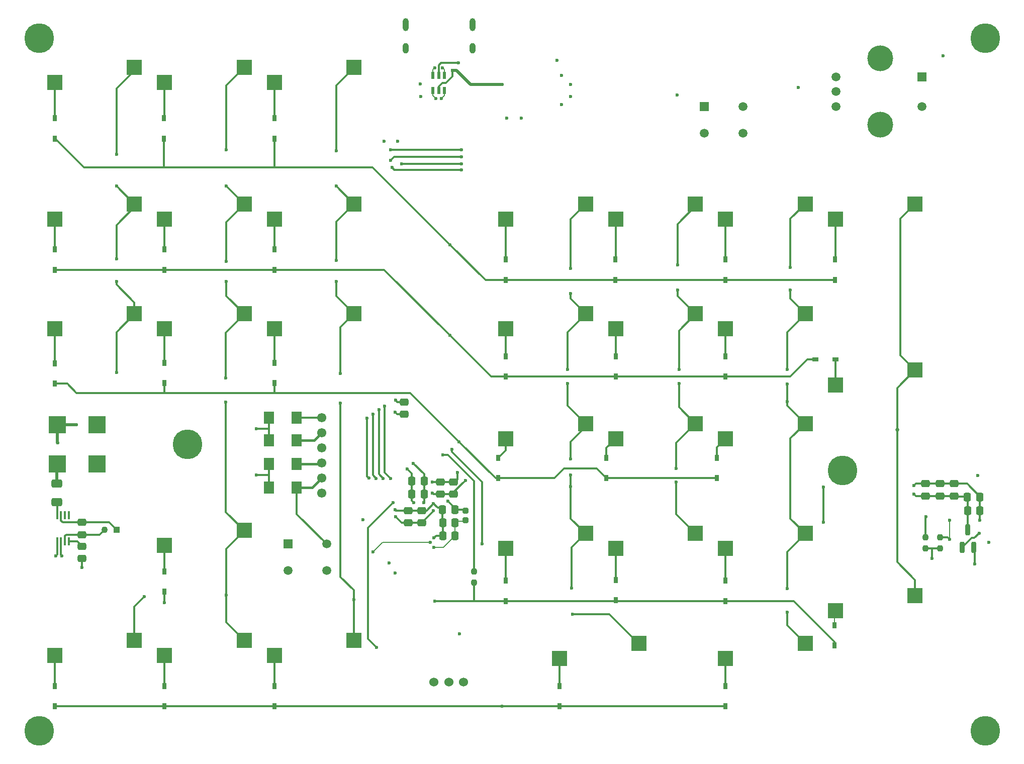
<source format=gbl>
G04 #@! TF.GenerationSoftware,KiCad,Pcbnew,8.0.3*
G04 #@! TF.CreationDate,2024-08-13T11:44:20+03:00*
G04 #@! TF.ProjectId,Keyboard_stm32,4b657962-6f61-4726-945f-73746d33322e,rev?*
G04 #@! TF.SameCoordinates,Original*
G04 #@! TF.FileFunction,Copper,L4,Bot*
G04 #@! TF.FilePolarity,Positive*
%FSLAX46Y46*%
G04 Gerber Fmt 4.6, Leading zero omitted, Abs format (unit mm)*
G04 Created by KiCad (PCBNEW 8.0.3) date 2024-08-13 11:44:20*
%MOMM*%
%LPD*%
G01*
G04 APERTURE LIST*
G04 Aperture macros list*
%AMRoundRect*
0 Rectangle with rounded corners*
0 $1 Rounding radius*
0 $2 $3 $4 $5 $6 $7 $8 $9 X,Y pos of 4 corners*
0 Add a 4 corners polygon primitive as box body*
4,1,4,$2,$3,$4,$5,$6,$7,$8,$9,$2,$3,0*
0 Add four circle primitives for the rounded corners*
1,1,$1+$1,$2,$3*
1,1,$1+$1,$4,$5*
1,1,$1+$1,$6,$7*
1,1,$1+$1,$8,$9*
0 Add four rect primitives between the rounded corners*
20,1,$1+$1,$2,$3,$4,$5,0*
20,1,$1+$1,$4,$5,$6,$7,0*
20,1,$1+$1,$6,$7,$8,$9,0*
20,1,$1+$1,$8,$9,$2,$3,0*%
G04 Aperture macros list end*
G04 #@! TA.AperFunction,SMDPad,CuDef*
%ADD10R,2.550000X2.500000*%
G04 #@! TD*
G04 #@! TA.AperFunction,ComponentPad*
%ADD11C,5.000000*%
G04 #@! TD*
G04 #@! TA.AperFunction,ComponentPad*
%ADD12R,1.500000X1.500000*%
G04 #@! TD*
G04 #@! TA.AperFunction,ComponentPad*
%ADD13C,1.500000*%
G04 #@! TD*
G04 #@! TA.AperFunction,ComponentPad*
%ADD14O,1.000000X1.800000*%
G04 #@! TD*
G04 #@! TA.AperFunction,ComponentPad*
%ADD15O,1.000000X2.200000*%
G04 #@! TD*
G04 #@! TA.AperFunction,ComponentPad*
%ADD16C,1.550000*%
G04 #@! TD*
G04 #@! TA.AperFunction,ComponentPad*
%ADD17C,4.350000*%
G04 #@! TD*
G04 #@! TA.AperFunction,ComponentPad*
%ADD18R,1.100000X1.100000*%
G04 #@! TD*
G04 #@! TA.AperFunction,ComponentPad*
%ADD19C,1.100000*%
G04 #@! TD*
G04 #@! TA.AperFunction,SMDPad,CuDef*
%ADD20R,0.740000X1.020000*%
G04 #@! TD*
G04 #@! TA.AperFunction,SMDPad,CuDef*
%ADD21RoundRect,0.250000X0.475000X-0.337500X0.475000X0.337500X-0.475000X0.337500X-0.475000X-0.337500X0*%
G04 #@! TD*
G04 #@! TA.AperFunction,SMDPad,CuDef*
%ADD22RoundRect,0.237500X-0.237500X0.250000X-0.237500X-0.250000X0.237500X-0.250000X0.237500X0.250000X0*%
G04 #@! TD*
G04 #@! TA.AperFunction,SMDPad,CuDef*
%ADD23RoundRect,0.250000X-0.475000X0.337500X-0.475000X-0.337500X0.475000X-0.337500X0.475000X0.337500X0*%
G04 #@! TD*
G04 #@! TA.AperFunction,SMDPad,CuDef*
%ADD24RoundRect,0.250000X0.337500X0.475000X-0.337500X0.475000X-0.337500X-0.475000X0.337500X-0.475000X0*%
G04 #@! TD*
G04 #@! TA.AperFunction,SMDPad,CuDef*
%ADD25RoundRect,0.250000X0.650000X-0.412500X0.650000X0.412500X-0.650000X0.412500X-0.650000X-0.412500X0*%
G04 #@! TD*
G04 #@! TA.AperFunction,SMDPad,CuDef*
%ADD26R,1.700000X2.100000*%
G04 #@! TD*
G04 #@! TA.AperFunction,SMDPad,CuDef*
%ADD27RoundRect,0.200000X0.200000X-0.750000X0.200000X0.750000X-0.200000X0.750000X-0.200000X-0.750000X0*%
G04 #@! TD*
G04 #@! TA.AperFunction,SMDPad,CuDef*
%ADD28R,1.020000X0.740000*%
G04 #@! TD*
G04 #@! TA.AperFunction,SMDPad,CuDef*
%ADD29RoundRect,0.250000X-0.337500X-0.475000X0.337500X-0.475000X0.337500X0.475000X-0.337500X0.475000X0*%
G04 #@! TD*
G04 #@! TA.AperFunction,ComponentPad*
%ADD30C,1.524000*%
G04 #@! TD*
G04 #@! TA.AperFunction,SMDPad,CuDef*
%ADD31RoundRect,0.250000X-0.250000X0.250000X-0.250000X-0.250000X0.250000X-0.250000X0.250000X0.250000X0*%
G04 #@! TD*
G04 #@! TA.AperFunction,SMDPad,CuDef*
%ADD32R,0.600000X1.200000*%
G04 #@! TD*
G04 #@! TA.AperFunction,SMDPad,CuDef*
%ADD33R,0.450000X1.400000*%
G04 #@! TD*
G04 #@! TA.AperFunction,SMDPad,CuDef*
%ADD34RoundRect,0.237500X0.237500X-0.250000X0.237500X0.250000X-0.237500X0.250000X-0.237500X-0.250000X0*%
G04 #@! TD*
G04 #@! TA.AperFunction,SMDPad,CuDef*
%ADD35R,2.850000X2.850000*%
G04 #@! TD*
G04 #@! TA.AperFunction,ViaPad*
%ADD36C,0.600000*%
G04 #@! TD*
G04 #@! TA.AperFunction,ViaPad*
%ADD37C,0.650000*%
G04 #@! TD*
G04 #@! TA.AperFunction,Conductor*
%ADD38C,0.300000*%
G04 #@! TD*
G04 #@! TA.AperFunction,Conductor*
%ADD39C,0.500000*%
G04 #@! TD*
G04 #@! TA.AperFunction,Conductor*
%ADD40C,0.400000*%
G04 #@! TD*
G04 #@! TA.AperFunction,Conductor*
%ADD41C,0.200000*%
G04 #@! TD*
G04 #@! TA.AperFunction,Conductor*
%ADD42C,0.190000*%
G04 #@! TD*
G04 #@! TA.AperFunction,Conductor*
%ADD43C,0.185000*%
G04 #@! TD*
G04 APERTURE END LIST*
D10*
X201740000Y-61810000D03*
X215165000Y-59270000D03*
X164740000Y-98810000D03*
X178165000Y-96270000D03*
D11*
X67650000Y-31350000D03*
D12*
X109550000Y-116550000D03*
D13*
X116050000Y-116550000D03*
X109550000Y-121050000D03*
X116050000Y-121050000D03*
D10*
X70240000Y-38810000D03*
X83665000Y-36270000D03*
D11*
X67650000Y-148050000D03*
D10*
X70240000Y-135310000D03*
X83665000Y-132770000D03*
X183240000Y-135810000D03*
X196665000Y-133270000D03*
X146240000Y-80310000D03*
X159665000Y-77770000D03*
D11*
X226950000Y-148050000D03*
D10*
X88740000Y-135310000D03*
X102165000Y-132770000D03*
X70240000Y-61810000D03*
X83665000Y-59270000D03*
X201740000Y-127810000D03*
X215165000Y-125270000D03*
D14*
X140620000Y-33090000D03*
D15*
X140620000Y-29090000D03*
D14*
X129380000Y-33090000D03*
D15*
X129380000Y-29090000D03*
D10*
X88740000Y-80310000D03*
X102165000Y-77770000D03*
D16*
X115250000Y-95270000D03*
X115250000Y-97810000D03*
X115250000Y-100350000D03*
X115250000Y-102890000D03*
X115250000Y-105430000D03*
X115250000Y-107970000D03*
D12*
X179650000Y-42850000D03*
D13*
X186150000Y-42850000D03*
X179650000Y-47350000D03*
X186150000Y-47350000D03*
D11*
X92650000Y-99750000D03*
D10*
X88740000Y-61810000D03*
X102165000Y-59270000D03*
D11*
X226950000Y-31350000D03*
D10*
X164740000Y-80310000D03*
X178165000Y-77770000D03*
X155240000Y-135810000D03*
X168665000Y-133270000D03*
X146240000Y-117310000D03*
X159665000Y-114770000D03*
X88740000Y-38810000D03*
X102165000Y-36270000D03*
X183240000Y-80310000D03*
X196665000Y-77770000D03*
X183240000Y-61810000D03*
X196665000Y-59270000D03*
X164740000Y-117310000D03*
X178165000Y-114770000D03*
D13*
X201825000Y-37850000D03*
X201825000Y-40350000D03*
X201825000Y-42850000D03*
D12*
X216325000Y-37850000D03*
D13*
X216325000Y-42850000D03*
D17*
X209325000Y-34750000D03*
X209325000Y-45950000D03*
D10*
X107240000Y-38810000D03*
X120665000Y-36270000D03*
X183240000Y-117310000D03*
X196665000Y-114770000D03*
X146240000Y-98810000D03*
X159665000Y-96270000D03*
X107240000Y-135310000D03*
X120665000Y-132770000D03*
D18*
X80650000Y-114150000D03*
D19*
X78650000Y-114150000D03*
D11*
X202950000Y-104150000D03*
D10*
X201740000Y-89810000D03*
X215165000Y-87270000D03*
X164740000Y-61810000D03*
X178165000Y-59270000D03*
X146240000Y-61810000D03*
X159665000Y-59270000D03*
X107240000Y-80310000D03*
X120665000Y-77770000D03*
X88740000Y-116810000D03*
X102165000Y-114270000D03*
X183240000Y-98810000D03*
X196665000Y-96270000D03*
X107240000Y-61810000D03*
X120665000Y-59270000D03*
X70240000Y-80310000D03*
X83665000Y-77770000D03*
D20*
X88750000Y-70350000D03*
X88750000Y-66950000D03*
X183250000Y-88350000D03*
X183250000Y-84950000D03*
D21*
X132050000Y-112987500D03*
X132050000Y-110912500D03*
D22*
X216950000Y-115437500D03*
X216950000Y-117262500D03*
D20*
X144950000Y-105450000D03*
X144950000Y-102050000D03*
D23*
X74850000Y-116912500D03*
X74850000Y-118987500D03*
D20*
X107250000Y-143850000D03*
X107250000Y-140450000D03*
X183250000Y-143850000D03*
X183250000Y-140450000D03*
D24*
X137650000Y-110750000D03*
X135575000Y-110750000D03*
D25*
X70650000Y-109475000D03*
X70650000Y-106350000D03*
D20*
X201650000Y-72050000D03*
X201650000Y-68650000D03*
X70250000Y-70350000D03*
X70250000Y-66950000D03*
D26*
X106300000Y-95290000D03*
X111000000Y-95290000D03*
D20*
X70250000Y-143850000D03*
X70250000Y-140450000D03*
X181750000Y-105450000D03*
X181750000Y-102050000D03*
X88650000Y-48250000D03*
X88650000Y-44850000D03*
D27*
X225000000Y-117150000D03*
X223100000Y-117150000D03*
X224050000Y-114150000D03*
D23*
X74850000Y-112912500D03*
X74850000Y-114987500D03*
D20*
X70250000Y-89550000D03*
X70250000Y-86150000D03*
X183250000Y-126150000D03*
X183250000Y-122750000D03*
D22*
X219350000Y-115437500D03*
X219350000Y-117262500D03*
D20*
X107250000Y-89450000D03*
X107250000Y-86050000D03*
D21*
X129150000Y-94725000D03*
X129150000Y-92650000D03*
D20*
X107250000Y-70350000D03*
X107250000Y-66950000D03*
D23*
X137450000Y-106112500D03*
X137450000Y-108187500D03*
D28*
X198350000Y-85450000D03*
X201750000Y-85450000D03*
D29*
X130412500Y-105950000D03*
X132487500Y-105950000D03*
D24*
X226061250Y-110950000D03*
X223986250Y-110950000D03*
D20*
X146250000Y-88350000D03*
X146250000Y-84950000D03*
D30*
X134137500Y-139787500D03*
X136637500Y-139787500D03*
X139137500Y-139787500D03*
D20*
X164750000Y-126050000D03*
X164750000Y-122650000D03*
X88750000Y-143850000D03*
X88750000Y-140450000D03*
D24*
X226025000Y-108650000D03*
X223950000Y-108650000D03*
D31*
X139450000Y-110950000D03*
X139450000Y-112550000D03*
D20*
X163150000Y-105450000D03*
X163150000Y-102050000D03*
D32*
X133970000Y-37640000D03*
X134920000Y-37640000D03*
X135870000Y-37640000D03*
X135870000Y-40140000D03*
X134920000Y-40140000D03*
X133970000Y-40140000D03*
D23*
X216950000Y-106412500D03*
X216950000Y-108487500D03*
D20*
X88750000Y-89450000D03*
X88750000Y-86050000D03*
X107250000Y-48250000D03*
X107250000Y-44850000D03*
D24*
X137687500Y-113000000D03*
X135612500Y-113000000D03*
D20*
X146250000Y-72050000D03*
X146250000Y-68650000D03*
X164650000Y-72050000D03*
X164650000Y-68650000D03*
X164750000Y-88350000D03*
X164750000Y-84950000D03*
D23*
X135250000Y-106075000D03*
X135250000Y-108150000D03*
D26*
X106300000Y-107090000D03*
X111000000Y-107090000D03*
D20*
X201550000Y-133650000D03*
X201550000Y-130250000D03*
X146250000Y-126150000D03*
X146250000Y-122750000D03*
D21*
X129800000Y-112987500D03*
X129800000Y-110912500D03*
D26*
X106300000Y-103090000D03*
X111000000Y-103090000D03*
D29*
X130412500Y-108150000D03*
X132487500Y-108150000D03*
D33*
X72625000Y-116112500D03*
X71975000Y-116112500D03*
X71325000Y-116112500D03*
X70675000Y-116112500D03*
X70675000Y-111712500D03*
X71325000Y-111712500D03*
X71975000Y-111712500D03*
X72625000Y-111712500D03*
D23*
X219350000Y-106412500D03*
X219350000Y-108487500D03*
D24*
X137687500Y-115150000D03*
X135612500Y-115150000D03*
D34*
X140850000Y-123012500D03*
X140850000Y-121187500D03*
D20*
X88750000Y-124550000D03*
X88750000Y-121150000D03*
X183250000Y-72050000D03*
X183250000Y-68650000D03*
D23*
X221750000Y-106400000D03*
X221750000Y-108475000D03*
D26*
X106300000Y-99090000D03*
X111000000Y-99090000D03*
D20*
X70250000Y-48250000D03*
X70250000Y-44850000D03*
D35*
X77375000Y-103075000D03*
X77375000Y-96425000D03*
X70725000Y-103075000D03*
X70725000Y-96425000D03*
D20*
X155250000Y-143850000D03*
X155250000Y-140450000D03*
D36*
X138270000Y-35540000D03*
X157150000Y-41150000D03*
X127650000Y-92350000D03*
X104250000Y-97150000D03*
X133850000Y-107950000D03*
X104250000Y-104950000D03*
X134050000Y-109750000D03*
X127550000Y-121450000D03*
X130650000Y-102950000D03*
X138450000Y-131687500D03*
X148850000Y-44800000D03*
X139450000Y-105850000D03*
X155650000Y-42550000D03*
X227550000Y-116250000D03*
X126550000Y-119750000D03*
X74850000Y-120550000D03*
X73925000Y-96425000D03*
X127550000Y-110750000D03*
X146350000Y-44800000D03*
X134150000Y-115550000D03*
X225750000Y-105050000D03*
X154850000Y-35100000D03*
X132450000Y-109550000D03*
X214950000Y-108150000D03*
X70750000Y-99550000D03*
X128050000Y-48750000D03*
X131781250Y-39081250D03*
X122150000Y-112450000D03*
X127550000Y-94350000D03*
X214950000Y-106750000D03*
X219850000Y-34350000D03*
X157150000Y-39150000D03*
X195487500Y-39687500D03*
X130724999Y-109561986D03*
X129650000Y-103950000D03*
X155650000Y-37650000D03*
X125750000Y-48750000D03*
X127650000Y-111950000D03*
X136450000Y-109350000D03*
X133850000Y-106150000D03*
X218050000Y-118950000D03*
X138050000Y-104550000D03*
X134050000Y-110950000D03*
X226050000Y-112550000D03*
X175050000Y-40950000D03*
X131950000Y-41212500D03*
X123850000Y-117912500D03*
X133550000Y-116250000D03*
X70450000Y-118550000D03*
X134150000Y-117150000D03*
X137250000Y-36790000D03*
X145600000Y-39150000D03*
X136850000Y-66150000D03*
X136816639Y-81433361D03*
X138375000Y-99325000D03*
X145650000Y-143850000D03*
X88750000Y-126450000D03*
X134250000Y-126150000D03*
X71450000Y-118550000D03*
X216986250Y-111950000D03*
X220986250Y-112550000D03*
X220986250Y-115800000D03*
X127250000Y-109600000D03*
X124450000Y-133950000D03*
X137150000Y-100650000D03*
X142250000Y-116550000D03*
X135650000Y-101550000D03*
X138750000Y-50150000D03*
X122850000Y-95350000D03*
X123150000Y-105450000D03*
X126850000Y-50150000D03*
X124850000Y-93950000D03*
X125600000Y-105500000D03*
X127050000Y-53150000D03*
X138750000Y-53550000D03*
X138750000Y-52550000D03*
X128650000Y-52550000D03*
X126850000Y-105550000D03*
X125850000Y-93350000D03*
X123850000Y-94650000D03*
X126850000Y-51950000D03*
X138750000Y-51350000D03*
X124400000Y-105500000D03*
X85350000Y-125450000D03*
X80650000Y-50950000D03*
X80650000Y-56250000D03*
X80650000Y-87650000D03*
X80650000Y-68550000D03*
X80650000Y-72350000D03*
X99150000Y-125150000D03*
X99050000Y-92650000D03*
X99050000Y-88550000D03*
X99150000Y-56250000D03*
X99150000Y-50150000D03*
X99150000Y-72350000D03*
X99150000Y-68950000D03*
X117650000Y-56250000D03*
X118400000Y-87850000D03*
X117650000Y-72350000D03*
X120650000Y-125950000D03*
X117650000Y-50350000D03*
X117650000Y-68750000D03*
X118400000Y-92850000D03*
X157150000Y-74350000D03*
X157150000Y-106850000D03*
X157150000Y-102250000D03*
X156650000Y-87150000D03*
X157450000Y-128350000D03*
X157150000Y-70150000D03*
X157150000Y-104950000D03*
X157350000Y-124000000D03*
X156650000Y-89550000D03*
X175150000Y-73750000D03*
X174900000Y-106100000D03*
X175400000Y-89550000D03*
X175400000Y-87150000D03*
X175150000Y-69550000D03*
X174900000Y-103850000D03*
X193650000Y-89600000D03*
X193650000Y-92600000D03*
X194150000Y-69950000D03*
X194150000Y-73750000D03*
X193650000Y-124050000D03*
X193650000Y-128050000D03*
X193650000Y-87150000D03*
D37*
X212150000Y-97350000D03*
D36*
X135570000Y-36340000D03*
X134450000Y-41550000D03*
X134250000Y-36360000D03*
X135350000Y-41550000D03*
X225950000Y-114750000D03*
X199750000Y-112850000D03*
X199750000Y-106950000D03*
X225250000Y-119950000D03*
D38*
X71975000Y-116112500D02*
X71975000Y-115212500D01*
X137412500Y-108150000D02*
X137450000Y-108187500D01*
X135798896Y-114700000D02*
X135930698Y-114831802D01*
X138270000Y-35540000D02*
X135270000Y-35540000D01*
X216962500Y-108475000D02*
X216950000Y-108487500D01*
X221825000Y-108550000D02*
X221750000Y-108475000D01*
D39*
X73925000Y-96425000D02*
X70725000Y-96425000D01*
D38*
X127712500Y-110912500D02*
X129800000Y-110912500D01*
X106300000Y-104950000D02*
X106300000Y-103090000D01*
X106300000Y-95290000D02*
X106300000Y-97150000D01*
X134550000Y-115150000D02*
X135612500Y-115150000D01*
X137450000Y-108187500D02*
X137450000Y-107850000D01*
X134050000Y-109750000D02*
X134767157Y-110467157D01*
X134920000Y-35890000D02*
X134920000Y-37640000D01*
X132275000Y-108162500D02*
X132237500Y-108200000D01*
X134050000Y-109750000D02*
X132887500Y-110912500D01*
X134767157Y-110467157D02*
X135292158Y-110467157D01*
X135250000Y-108150000D02*
X137412500Y-108150000D01*
X129150000Y-92650000D02*
X127950000Y-92650000D01*
X127950000Y-92650000D02*
X127650000Y-92350000D01*
X132487500Y-104787500D02*
X132487500Y-105950000D01*
X135612500Y-113000000D02*
X135612500Y-114700000D01*
X135612500Y-114700000D02*
X135798896Y-114700000D01*
X137450000Y-107850000D02*
X139450000Y-105850000D01*
X132487500Y-109512500D02*
X132450000Y-109550000D01*
X129800000Y-110912500D02*
X132050000Y-110912500D01*
X77812500Y-114987500D02*
X78650000Y-114150000D01*
X74850000Y-118987500D02*
X74850000Y-120550000D01*
X127550000Y-110750000D02*
X127712500Y-110912500D01*
X127550000Y-110850000D02*
X127550000Y-110750000D01*
X106300000Y-107090000D02*
X106300000Y-104950000D01*
X106300000Y-97150000D02*
X106300000Y-99090000D01*
X135250000Y-108150000D02*
X134050000Y-108150000D01*
X132887500Y-110912500D02*
X132050000Y-110912500D01*
X215287500Y-108487500D02*
X214950000Y-108150000D01*
X135270000Y-35540000D02*
X134920000Y-35890000D01*
X71975000Y-115212500D02*
X72200000Y-114987500D01*
X223986250Y-108550000D02*
X221825000Y-108550000D01*
X216950000Y-108487500D02*
X215287500Y-108487500D01*
X223986250Y-110950000D02*
X223986250Y-114086250D01*
X137450000Y-108187500D02*
X137562500Y-108187500D01*
X134050000Y-108150000D02*
X133850000Y-107950000D01*
X135575000Y-110750000D02*
X135575000Y-112962500D01*
X223986250Y-114086250D02*
X224050000Y-114150000D01*
X132487500Y-108150000D02*
X132487500Y-105950000D01*
X72200000Y-114987500D02*
X74850000Y-114987500D01*
X74850000Y-114987500D02*
X77812500Y-114987500D01*
X132487500Y-108150000D02*
X132487500Y-109512500D01*
D39*
X70725000Y-99525000D02*
X70725000Y-96425000D01*
D38*
X130650000Y-102950000D02*
X132487500Y-104787500D01*
X106300000Y-97150000D02*
X104250000Y-97150000D01*
X70750000Y-99550000D02*
X70725000Y-99525000D01*
X135575000Y-112962500D02*
X135612500Y-113000000D01*
X134150000Y-115550000D02*
X134550000Y-115150000D01*
X223986250Y-108550000D02*
X223986250Y-110950000D01*
X221750000Y-108475000D02*
X216962500Y-108475000D01*
X106300000Y-104950000D02*
X104250000Y-104950000D01*
X221750000Y-106400000D02*
X216962500Y-106400000D01*
X130412500Y-104712500D02*
X130412500Y-105950000D01*
X127925000Y-94725000D02*
X127550000Y-94350000D01*
X226061250Y-108550000D02*
X223911250Y-106400000D01*
X216962500Y-106400000D02*
X216950000Y-106412500D01*
X128687500Y-112987500D02*
X129800000Y-112987500D01*
X137412500Y-106075000D02*
X137450000Y-106112500D01*
X129800000Y-112987500D02*
X129575000Y-112987500D01*
X226061250Y-112475000D02*
X226061250Y-110950000D01*
X139250000Y-110750000D02*
X139450000Y-110950000D01*
X218050000Y-117262500D02*
X218050000Y-118950000D01*
X129800000Y-112987500D02*
X132050000Y-112987500D01*
X127650000Y-111950000D02*
X128687500Y-112987500D01*
X214950000Y-106750000D02*
X215287500Y-106412500D01*
X223911250Y-106400000D02*
X221750000Y-106400000D01*
X130200000Y-108162500D02*
X130162500Y-108200000D01*
X226062500Y-112537500D02*
X226050000Y-112550000D01*
X135250000Y-106075000D02*
X133925000Y-106075000D01*
X225986250Y-112550000D02*
X226061250Y-112475000D01*
X215287500Y-106412500D02*
X216950000Y-106412500D01*
X137650000Y-110550000D02*
X136450000Y-109350000D01*
X129575000Y-112987500D02*
X129450000Y-113112500D01*
X133925000Y-106075000D02*
X133850000Y-106150000D01*
X216950000Y-117262500D02*
X218050000Y-117262500D01*
X130412500Y-108150000D02*
X130412500Y-105950000D01*
X134050000Y-110950000D02*
X134050000Y-110987500D01*
X226061250Y-108550000D02*
X226061250Y-110950000D01*
X115230000Y-95290000D02*
X115250000Y-95270000D01*
X129650000Y-103950000D02*
X130412500Y-104712500D01*
X135250000Y-106075000D02*
X137412500Y-106075000D01*
X134050000Y-110987500D02*
X132050000Y-112987500D01*
X111000000Y-95290000D02*
X115230000Y-95290000D01*
X130412500Y-109249487D02*
X130724999Y-109561986D01*
X130412500Y-108150000D02*
X130412500Y-109249487D01*
X129150000Y-94725000D02*
X127925000Y-94725000D01*
X137650000Y-110750000D02*
X139250000Y-110750000D01*
X137650000Y-110750000D02*
X137650000Y-110550000D01*
X138050000Y-104550000D02*
X138050000Y-105712500D01*
X218050000Y-117262500D02*
X219350000Y-117262500D01*
D40*
X113590000Y-107090000D02*
X115250000Y-105430000D01*
X111000000Y-107090000D02*
X113590000Y-107090000D01*
D41*
X123850000Y-117912500D02*
X123987500Y-117912500D01*
D38*
X111000000Y-111500000D02*
X111000000Y-107090000D01*
D41*
X123850000Y-117912500D02*
X125512500Y-116250000D01*
X125512500Y-116250000D02*
X133550000Y-116250000D01*
D38*
X116050000Y-116550000D02*
X111000000Y-111500000D01*
X74850000Y-116912500D02*
X74050000Y-116112500D01*
X74050000Y-116112500D02*
X72625000Y-116112500D01*
X70675000Y-116112500D02*
X70675000Y-118325000D01*
X70675000Y-118325000D02*
X70450000Y-118550000D01*
D41*
X137687500Y-113000000D02*
X137687500Y-115150000D01*
D38*
X71325000Y-111712500D02*
X71325000Y-112612500D01*
X71325000Y-112612500D02*
X71625000Y-112912500D01*
D41*
X137937500Y-112750000D02*
X137687500Y-113000000D01*
D38*
X71625000Y-112912500D02*
X74850000Y-112912500D01*
X79412500Y-112912500D02*
X80650000Y-114150000D01*
D41*
X134150000Y-117150000D02*
X135687500Y-117150000D01*
D38*
X74850000Y-112912500D02*
X79412500Y-112912500D01*
D41*
X139212500Y-112750000D02*
X137937500Y-112750000D01*
X135687500Y-117150000D02*
X137687500Y-115150000D01*
D38*
X70675000Y-111712500D02*
X70675000Y-109500000D01*
D41*
X70675000Y-109500000D02*
X70650000Y-109475000D01*
X70650000Y-103150000D02*
X70725000Y-103075000D01*
D39*
X70650000Y-106350000D02*
X70650000Y-103150000D01*
X137250000Y-36790000D02*
X137900000Y-36790000D01*
X140260000Y-39150000D02*
X145600000Y-39150000D01*
D38*
X137250000Y-37760000D02*
X136120000Y-38890000D01*
X137250000Y-36790000D02*
X137250000Y-37760000D01*
X134920000Y-39490000D02*
X134920000Y-40140000D01*
D39*
X137900000Y-36790000D02*
X140260000Y-39150000D01*
D38*
X135520000Y-38890000D02*
X134920000Y-39490000D01*
X136120000Y-38890000D02*
X135520000Y-38890000D01*
X70240000Y-44840000D02*
X70250000Y-44850000D01*
X70240000Y-38810000D02*
X70240000Y-44840000D01*
X123800000Y-53100000D02*
X107250000Y-53100000D01*
X75200000Y-53100000D02*
X88150000Y-53100000D01*
X136850000Y-66150000D02*
X123800000Y-53100000D01*
X88650000Y-53100000D02*
X106900000Y-53100000D01*
X70250000Y-48250000D02*
X70350000Y-48250000D01*
X88150000Y-53100000D02*
X88650000Y-53100000D01*
X201600000Y-72100000D02*
X201650000Y-72050000D01*
X107250000Y-48250000D02*
X107250000Y-53100000D01*
X70350000Y-48250000D02*
X75200000Y-53100000D01*
X142800000Y-72100000D02*
X201600000Y-72100000D01*
X88650000Y-48250000D02*
X88650000Y-53100000D01*
X136850000Y-66150000D02*
X142800000Y-72100000D01*
X107250000Y-53100000D02*
X106900000Y-53100000D01*
X143733278Y-88350000D02*
X145150000Y-88350000D01*
X70250000Y-70350000D02*
X88400000Y-70350000D01*
X194150000Y-88350000D02*
X144983278Y-88350000D01*
X197050000Y-85450000D02*
X198350000Y-85450000D01*
X125733278Y-70350000D02*
X136816639Y-81433361D01*
X88400000Y-70350000D02*
X106900000Y-70350000D01*
X106900000Y-70350000D02*
X125733278Y-70350000D01*
X194150000Y-88350000D02*
X197050000Y-85450000D01*
X136816639Y-81433361D02*
X143733278Y-88350000D01*
D41*
X70240000Y-66540000D02*
X70250000Y-66550000D01*
D38*
X70240000Y-61810000D02*
X70240000Y-67040000D01*
X70240000Y-67040000D02*
X70250000Y-67050000D01*
X70240000Y-86040000D02*
X70240000Y-80310000D01*
X70250000Y-86050000D02*
X70240000Y-86040000D01*
X70250000Y-86150000D02*
X70250000Y-86050000D01*
X107250000Y-91100000D02*
X106900000Y-91100000D01*
X88400000Y-91100000D02*
X88750000Y-91100000D01*
X156050000Y-103850000D02*
X161550000Y-103850000D01*
X163150000Y-105450000D02*
X181750000Y-105450000D01*
X107250000Y-89450000D02*
X107250000Y-91100000D01*
X161550000Y-103850000D02*
X163150000Y-105450000D01*
X88750000Y-89450000D02*
X88750000Y-91100000D01*
X144950000Y-105450000D02*
X154450000Y-105450000D01*
X70250000Y-89550000D02*
X72400000Y-89550000D01*
X144500000Y-105450000D02*
X144950000Y-105450000D01*
X138375000Y-99325000D02*
X144500000Y-105450000D01*
X88750000Y-91100000D02*
X106900000Y-91100000D01*
X73950000Y-91100000D02*
X88400000Y-91100000D01*
X138375000Y-99325000D02*
X130150000Y-91100000D01*
X130150000Y-91100000D02*
X107250000Y-91100000D01*
X72400000Y-89550000D02*
X73950000Y-91100000D01*
X154450000Y-105450000D02*
X156050000Y-103850000D01*
X70250000Y-143850000D02*
X183250000Y-143850000D01*
X70240000Y-140440000D02*
X70250000Y-140450000D01*
X70240000Y-135310000D02*
X70240000Y-140440000D01*
X88740000Y-38810000D02*
X88740000Y-44760000D01*
X88740000Y-44760000D02*
X88650000Y-44850000D01*
X88740000Y-66940000D02*
X88750000Y-66950000D01*
X88740000Y-61810000D02*
X88740000Y-66940000D01*
X88750000Y-86050000D02*
X88750000Y-80320000D01*
X88750000Y-80320000D02*
X88740000Y-80310000D01*
X88750000Y-121150000D02*
X88750000Y-116820000D01*
X88750000Y-116820000D02*
X88740000Y-116810000D01*
X182950000Y-126150000D02*
X194700000Y-126150000D01*
X194700000Y-126150000D02*
X201550000Y-133000000D01*
X88750000Y-124550000D02*
X88750000Y-126450000D01*
X164750000Y-126150000D02*
X182950000Y-126150000D01*
X142450000Y-126150000D02*
X164750000Y-126150000D01*
X140850000Y-126150000D02*
X142450000Y-126150000D01*
X140850000Y-123012500D02*
X140850000Y-126150000D01*
X134250000Y-126150000D02*
X142450000Y-126150000D01*
X201550000Y-133000000D02*
X201550000Y-133650000D01*
X88740000Y-135310000D02*
X88740000Y-140440000D01*
X88740000Y-140440000D02*
X88750000Y-140450000D01*
X107240000Y-38810000D02*
X107240000Y-44840000D01*
X107240000Y-44840000D02*
X107250000Y-44850000D01*
X107250000Y-66950000D02*
X107250000Y-61820000D01*
X107250000Y-61820000D02*
X107240000Y-61810000D01*
X107240000Y-85940000D02*
X107240000Y-80310000D01*
X107250000Y-86050000D02*
X107250000Y-85950000D01*
X107250000Y-85950000D02*
X107240000Y-85940000D01*
X107240000Y-140440000D02*
X107250000Y-140450000D01*
X107240000Y-135310000D02*
X107240000Y-140440000D01*
X146250000Y-67750000D02*
X146240000Y-67740000D01*
X146240000Y-67740000D02*
X146240000Y-61810000D01*
X146250000Y-68650000D02*
X146250000Y-67750000D01*
X146250000Y-84950000D02*
X146250000Y-80320000D01*
X146250000Y-80320000D02*
X146240000Y-80310000D01*
X146240000Y-100760000D02*
X144950000Y-102050000D01*
X146240000Y-98810000D02*
X146240000Y-100760000D01*
X146240000Y-122740000D02*
X146250000Y-122750000D01*
X146240000Y-117310000D02*
X146240000Y-122740000D01*
X155240000Y-140440000D02*
X155250000Y-140450000D01*
X155240000Y-135810000D02*
X155240000Y-140440000D01*
X164740000Y-68560000D02*
X164650000Y-68650000D01*
X164740000Y-61810000D02*
X164740000Y-68560000D01*
X164750000Y-84950000D02*
X164750000Y-80320000D01*
X164750000Y-80320000D02*
X164740000Y-80310000D01*
X163150000Y-100400000D02*
X164740000Y-98810000D01*
X163150000Y-102050000D02*
X163150000Y-100400000D01*
X164740000Y-117310000D02*
X164740000Y-122640000D01*
X164740000Y-122640000D02*
X164750000Y-122650000D01*
X183240000Y-61810000D02*
X183240000Y-68640000D01*
X183240000Y-68640000D02*
X183250000Y-68650000D01*
X183240000Y-117310000D02*
X183240000Y-122740000D01*
X183240000Y-122740000D02*
X183250000Y-122750000D01*
X183240000Y-135810000D02*
X183240000Y-140440000D01*
X183240000Y-140440000D02*
X183250000Y-140450000D01*
X183240000Y-80310000D02*
X183240000Y-84940000D01*
X183240000Y-84940000D02*
X183250000Y-84950000D01*
X181750000Y-100300000D02*
X183240000Y-98810000D01*
X181750000Y-102050000D02*
X181750000Y-100300000D01*
X201740000Y-61810000D02*
X201740000Y-68560000D01*
X201740000Y-68560000D02*
X201650000Y-68650000D01*
X201750000Y-85550000D02*
X201740000Y-85560000D01*
X201750000Y-85450000D02*
X201750000Y-85550000D01*
X201740000Y-85560000D02*
X201740000Y-89810000D01*
D41*
X201550000Y-127950000D02*
X201550000Y-130250000D01*
X201690000Y-127810000D02*
X201550000Y-127950000D01*
X201740000Y-127810000D02*
X201690000Y-127810000D01*
X115050000Y-103090000D02*
X115250000Y-102890000D01*
D40*
X111000000Y-103090000D02*
X115050000Y-103090000D01*
X113970000Y-99090000D02*
X115250000Y-97810000D01*
X111000000Y-99090000D02*
X113970000Y-99090000D01*
D38*
X71325000Y-116112500D02*
X71325000Y-118425000D01*
X71325000Y-118425000D02*
X71450000Y-118550000D01*
X216950000Y-115437500D02*
X216950000Y-111986250D01*
X216950000Y-111986250D02*
X216986250Y-111950000D01*
X219350000Y-115437500D02*
X220623750Y-115437500D01*
X220623750Y-115437500D02*
X220986250Y-115800000D01*
D42*
X220986250Y-115800000D02*
X220986250Y-112550000D01*
D38*
X124450000Y-133950000D02*
X123050000Y-132550000D01*
X123050000Y-132550000D02*
X123050000Y-113800000D01*
X123050000Y-113800000D02*
X127250000Y-109600000D01*
X137150000Y-101050000D02*
X142250000Y-106150000D01*
X137150000Y-100650000D02*
X137150000Y-101050000D01*
X142250000Y-106150000D02*
X142250000Y-116550000D01*
X136450000Y-101550000D02*
X140850000Y-105950000D01*
X140850000Y-105950000D02*
X140850000Y-121187500D01*
X135650000Y-101550000D02*
X136450000Y-101550000D01*
X122850000Y-105150000D02*
X122850000Y-95350000D01*
X123150000Y-105450000D02*
X122850000Y-105150000D01*
X126850000Y-50150000D02*
X138750000Y-50150000D01*
X124850000Y-104750000D02*
X125600000Y-105500000D01*
X124850000Y-93950000D02*
X124850000Y-104750000D01*
X127450000Y-53550000D02*
X138750000Y-53550000D01*
X127050000Y-53150000D02*
X127450000Y-53550000D01*
X126850000Y-105550000D02*
X125850000Y-104550000D01*
X125850000Y-104550000D02*
X125850000Y-93350000D01*
X138750000Y-52550000D02*
X128650000Y-52550000D01*
X127450000Y-51350000D02*
X138750000Y-51350000D01*
X124400000Y-105500000D02*
X123850000Y-104950000D01*
X123850000Y-104950000D02*
X123850000Y-94650000D01*
X126850000Y-51950000D02*
X127450000Y-51350000D01*
X80650000Y-72350000D02*
X80650000Y-72850000D01*
X80650000Y-72850000D02*
X83665000Y-75865000D01*
X85350000Y-125450000D02*
X83650000Y-127150000D01*
X83665000Y-75865000D02*
X83665000Y-77770000D01*
X80650000Y-87650000D02*
X80650000Y-80850000D01*
X83665000Y-59835000D02*
X83665000Y-59270000D01*
X80650000Y-80850000D02*
X83665000Y-77835000D01*
X83650000Y-127150000D02*
X83650000Y-132755000D01*
X80650000Y-68550000D02*
X80650000Y-62850000D01*
X83665000Y-77835000D02*
X83665000Y-77770000D01*
X80650000Y-56255000D02*
X83665000Y-59270000D01*
X80650000Y-39850000D02*
X83665000Y-36835000D01*
X83665000Y-36835000D02*
X83665000Y-36270000D01*
X80650000Y-50950000D02*
X80650000Y-39850000D01*
X80650000Y-62850000D02*
X83665000Y-59835000D01*
X83650000Y-132755000D02*
X83665000Y-132770000D01*
X102165000Y-114335000D02*
X102165000Y-114270000D01*
X99050000Y-92650000D02*
X99050000Y-111155000D01*
X99150000Y-72350000D02*
X99150000Y-74755000D01*
X99150000Y-50150000D02*
X99150000Y-39285000D01*
X99150000Y-39285000D02*
X102165000Y-36270000D01*
X99050000Y-111155000D02*
X102165000Y-114270000D01*
X99050000Y-88550000D02*
X99050000Y-80950000D01*
X99150000Y-125150000D02*
X99150000Y-117350000D01*
X99150000Y-125150000D02*
X99150000Y-129755000D01*
X102165000Y-59335000D02*
X102165000Y-59270000D01*
X99050000Y-80950000D02*
X102165000Y-77835000D01*
X99150000Y-68950000D02*
X99150000Y-62350000D01*
X99150000Y-129755000D02*
X102165000Y-132770000D01*
X99150000Y-117350000D02*
X102165000Y-114335000D01*
X102165000Y-77835000D02*
X102165000Y-77770000D01*
X99150000Y-74755000D02*
X102165000Y-77770000D01*
X99150000Y-62350000D02*
X102165000Y-59335000D01*
X99150000Y-56255000D02*
X102165000Y-59270000D01*
X118400000Y-122100000D02*
X120650000Y-124350000D01*
X120665000Y-36335000D02*
X120665000Y-36270000D01*
X120650000Y-124350000D02*
X120650000Y-125950000D01*
X117650000Y-56255000D02*
X120665000Y-59270000D01*
X117650000Y-39350000D02*
X120665000Y-36335000D01*
X117650000Y-62285000D02*
X120665000Y-59270000D01*
X118400000Y-87850000D02*
X118400000Y-80035000D01*
X117650000Y-68750000D02*
X117650000Y-62285000D01*
X118400000Y-92850000D02*
X118400000Y-122100000D01*
X118400000Y-80035000D02*
X120665000Y-77770000D01*
X117650000Y-74755000D02*
X120665000Y-77770000D01*
X120650000Y-125950000D02*
X120650000Y-132755000D01*
X117650000Y-50350000D02*
X117650000Y-39350000D01*
X120650000Y-132755000D02*
X120665000Y-132770000D01*
X117650000Y-72350000D02*
X117650000Y-74755000D01*
X157150000Y-74350000D02*
X157150000Y-75255000D01*
X157150000Y-102250000D02*
X157150000Y-99350000D01*
X157150000Y-112255000D02*
X159665000Y-114770000D01*
X159665000Y-96835000D02*
X159665000Y-96270000D01*
X156650000Y-89550000D02*
X156650000Y-93255000D01*
X156650000Y-93255000D02*
X159665000Y-96270000D01*
X157350000Y-117085000D02*
X159665000Y-114770000D01*
X157150000Y-70150000D02*
X157150000Y-61850000D01*
X157150000Y-99350000D02*
X159665000Y-96835000D01*
X157150000Y-106850000D02*
X157150000Y-112255000D01*
X157450000Y-128350000D02*
X163650000Y-128350000D01*
X157350000Y-124000000D02*
X157350000Y-117085000D01*
X159665000Y-77835000D02*
X159665000Y-77770000D01*
X168570000Y-133270000D02*
X168665000Y-133270000D01*
X157150000Y-61850000D02*
X159665000Y-59335000D01*
X159665000Y-59335000D02*
X159665000Y-59270000D01*
X156650000Y-80850000D02*
X159665000Y-77835000D01*
X157150000Y-75255000D02*
X159665000Y-77770000D01*
X163650000Y-128350000D02*
X168570000Y-133270000D01*
X157150000Y-106850000D02*
X157150000Y-104950000D01*
X156650000Y-87150000D02*
X156650000Y-80850000D01*
X175150000Y-69550000D02*
X175150000Y-62650000D01*
X175400000Y-87150000D02*
X175400000Y-80600000D01*
X175400000Y-89550000D02*
X175400000Y-93505000D01*
X175150000Y-74755000D02*
X175150000Y-73750000D01*
X174900000Y-111505000D02*
X178165000Y-114770000D01*
X178170000Y-59270000D02*
X178250000Y-59350000D01*
X174900000Y-106100000D02*
X174900000Y-111505000D01*
X175400000Y-80600000D02*
X178165000Y-77835000D01*
X174900000Y-99535000D02*
X174900000Y-103850000D01*
X175400000Y-93505000D02*
X178165000Y-96270000D01*
X175150000Y-62650000D02*
X178165000Y-59635000D01*
X175150000Y-74755000D02*
X178165000Y-77770000D01*
X178165000Y-59635000D02*
X178165000Y-59270000D01*
X178165000Y-77835000D02*
X178165000Y-77770000D01*
X178165000Y-96270000D02*
X174900000Y-99535000D01*
X194150000Y-112255000D02*
X196665000Y-114770000D01*
X193650000Y-128050000D02*
X193650000Y-130255000D01*
X193650000Y-93255000D02*
X196665000Y-96270000D01*
X193650000Y-117850000D02*
X196665000Y-114835000D01*
X196665000Y-96270000D02*
X194150000Y-98785000D01*
X193650000Y-130255000D02*
X196665000Y-133270000D01*
X196665000Y-77835000D02*
X196665000Y-77770000D01*
X194150000Y-75255000D02*
X194150000Y-73750000D01*
X194150000Y-75255000D02*
X196665000Y-77770000D01*
X193650000Y-124050000D02*
X193650000Y-117850000D01*
X193650000Y-80850000D02*
X196665000Y-77835000D01*
X194150000Y-98785000D02*
X194150000Y-112255000D01*
X194150000Y-69950000D02*
X194150000Y-61785000D01*
X193650000Y-87150000D02*
X193650000Y-80850000D01*
X193650000Y-92600000D02*
X193650000Y-93255000D01*
X194150000Y-61785000D02*
X196665000Y-59270000D01*
X196665000Y-114835000D02*
X196665000Y-114770000D01*
X193650000Y-89600000D02*
X193650000Y-92600000D01*
X212650000Y-61785000D02*
X212650000Y-84755000D01*
X212150000Y-97350000D02*
X212150000Y-119600000D01*
X212150000Y-90285000D02*
X212150000Y-97350000D01*
X215165000Y-87270000D02*
X212150000Y-90285000D01*
X215165000Y-122615000D02*
X215165000Y-125270000D01*
X212650000Y-84755000D02*
X215165000Y-87270000D01*
X215165000Y-59270000D02*
X212650000Y-61785000D01*
X212150000Y-119600000D02*
X215165000Y-122615000D01*
D41*
X135570000Y-36340000D02*
X135870000Y-36640000D01*
X135870000Y-36640000D02*
X135870000Y-37640000D01*
X134450000Y-41550000D02*
X134450000Y-41520001D01*
X134450000Y-41520001D02*
X133970000Y-41040001D01*
X133970000Y-41040001D02*
X133970000Y-40140000D01*
D43*
X133970000Y-37640000D02*
X133970000Y-36640000D01*
X133970000Y-36640000D02*
X134250000Y-36360000D01*
D41*
X135350000Y-41550000D02*
X135350000Y-41560001D01*
X135360001Y-41550000D02*
X135350000Y-41550000D01*
X135350000Y-41560001D02*
X135350000Y-41560001D01*
X135870000Y-40140000D02*
X135870000Y-41040001D01*
X135870000Y-41040001D02*
X135360001Y-41550000D01*
D38*
X225150000Y-115550000D02*
X224700000Y-115550000D01*
X225950000Y-114750000D02*
X225150000Y-115550000D01*
X224700000Y-115550000D02*
X223100000Y-117150000D01*
X199750000Y-106950000D02*
X199750000Y-112850000D01*
X225250000Y-119950000D02*
X225250000Y-117400000D01*
X225250000Y-117400000D02*
X225000000Y-117150000D01*
M02*

</source>
